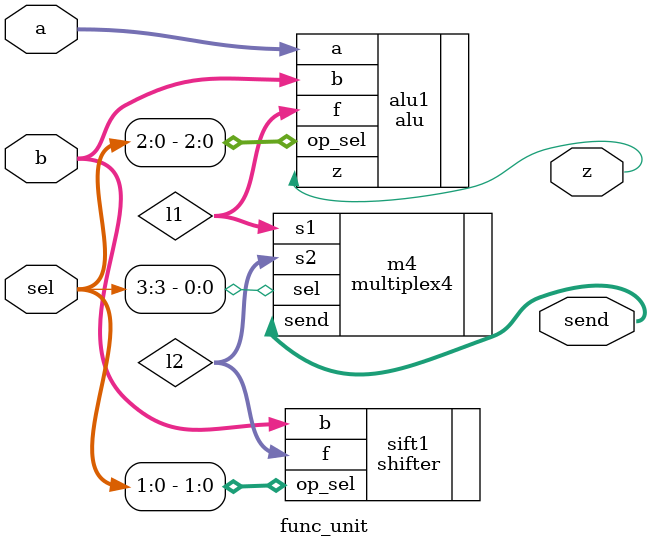
<source format=v>
module func_unit (output z,output [15:0]send,input [3:0]sel, input [15:0]a, input [15:0]b);

wire [15:0]l1,l2;

alu alu1(.z(z),.f(l1) , .a(a) , .b(b), .op_sel(sel[2:0]));
shifter sift1(.f(l2), .b(b), .op_sel(sel[1:0]));
multiplex4 m4(.send(send), .s1(l1), .s2(l2), .sel(sel[3]));

endmodule


</source>
